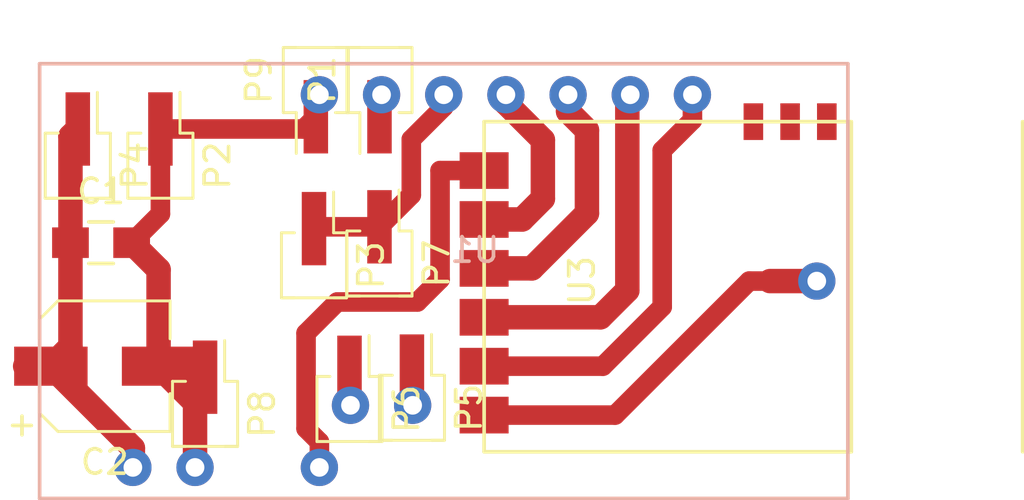
<source format=kicad_pcb>
(kicad_pcb (version 4) (host pcbnew 4.0.6)

  (general
    (links 21)
    (no_connects 1)
    (area 111.145 88.474999 153.525001 109.535001)
    (thickness 1.6)
    (drawings 0)
    (tracks 54)
    (zones 0)
    (modules 13)
    (nets 12)
  )

  (page A4)
  (layers
    (0 F.Cu signal)
    (31 B.Cu signal)
    (32 B.Adhes user)
    (33 F.Adhes user)
    (34 B.Paste user)
    (35 F.Paste user)
    (36 B.SilkS user)
    (37 F.SilkS user)
    (38 B.Mask user)
    (39 F.Mask user)
    (40 Dwgs.User user)
    (41 Cmts.User user)
    (42 Eco1.User user)
    (43 Eco2.User user)
    (44 Edge.Cuts user)
    (45 Margin user)
    (46 B.CrtYd user)
    (47 F.CrtYd user)
    (48 B.Fab user)
    (49 F.Fab user)
  )

  (setup
    (last_trace_width 0.8)
    (trace_clearance 0.3)
    (zone_clearance 2)
    (zone_45_only no)
    (trace_min 0.2)
    (segment_width 0.2)
    (edge_width 0.15)
    (via_size 1.5)
    (via_drill 0.8)
    (via_min_size 0.4)
    (via_min_drill 0.3)
    (uvia_size 0.3)
    (uvia_drill 0.1)
    (uvias_allowed no)
    (uvia_min_size 0.2)
    (uvia_min_drill 0.1)
    (pcb_text_width 0.3)
    (pcb_text_size 1.5 1.5)
    (mod_edge_width 0.15)
    (mod_text_size 1 1)
    (mod_text_width 0.15)
    (pad_size 1.5 2)
    (pad_drill 0)
    (pad_to_mask_clearance 0.2)
    (aux_axis_origin 105.15 110.95)
    (grid_origin 105.15 111.05)
    (visible_elements FFFFFF7F)
    (pcbplotparams
      (layerselection 0x00000_00000001)
      (usegerberextensions false)
      (excludeedgelayer true)
      (linewidth 0.100000)
      (plotframeref false)
      (viasonmask false)
      (mode 1)
      (useauxorigin true)
      (hpglpennumber 1)
      (hpglpenspeed 20)
      (hpglpendiameter 15)
      (hpglpenoverlay 2)
      (psnegative false)
      (psa4output false)
      (plotreference true)
      (plotvalue true)
      (plotinvisibletext false)
      (padsonsilk false)
      (subtractmaskfromsilk false)
      (outputformat 1)
      (mirror false)
      (drillshape 0)
      (scaleselection 1)
      (outputdirectory ""))
  )

  (net 0 "")
  (net 1 GND)
  (net 2 5V)
  (net 3 TX)
  (net 4 RX)
  (net 5 DE)
  (net 6 3v3)
  (net 7 SCL)
  (net 8 SDA)
  (net 9 SPEED)
  (net 10 SENSOR_EN)
  (net 11 RFEN)

  (net_class Default "This is the default net class."
    (clearance 0.3)
    (trace_width 0.8)
    (via_dia 1.5)
    (via_drill 0.8)
    (uvia_dia 0.3)
    (uvia_drill 0.1)
    (add_net 3v3)
    (add_net 5V)
    (add_net DE)
    (add_net GND)
    (add_net RFEN)
    (add_net RX)
    (add_net SCL)
    (add_net SDA)
    (add_net SENSOR_EN)
    (add_net SPEED)
    (add_net TX)
  )

  (module Divers:ArduinoProMini (layer B.Cu) (tedit 600C35A5) (tstamp 5FE9EDAE)
    (at 123.15 105.35)
    (path /5F4604C6)
    (fp_text reference U1 (at 7.62 -6.35) (layer B.SilkS)
      (effects (font (size 1 1) (thickness 0.15)) (justify mirror))
    )
    (fp_text value ArdinoMinPro (at 6.35 -5.08) (layer B.Fab)
      (effects (font (size 1 1) (thickness 0.15)) (justify mirror))
    )
    (fp_line (start -10.16 3.81) (end 22.86 3.81) (layer B.SilkS) (width 0.15))
    (fp_line (start 22.86 3.81) (end 22.86 -13.97) (layer B.SilkS) (width 0.15))
    (fp_line (start 22.86 -13.97) (end -10.16 -13.97) (layer B.SilkS) (width 0.15))
    (fp_line (start -10.16 -13.97) (end -10.16 3.81) (layer B.SilkS) (width 0.15))
    (pad 10 thru_hole circle (at 16.51 -12.7) (size 1.524 1.524) (drill 0.762) (layers *.Cu *.Mask)
      (net 11 RFEN))
    (pad 6 thru_hole circle (at 6.35 -12.7) (size 1.524 1.524) (drill 0.762) (layers *.Cu *.Mask)
      (net 10 SENSOR_EN))
    (pad 7 thru_hole circle (at 8.89 -12.7) (size 1.524 1.524) (drill 0.762) (layers *.Cu *.Mask)
      (net 3 TX))
    (pad 8 thru_hole circle (at 11.43 -12.7) (size 1.524 1.524) (drill 0.762) (layers *.Cu *.Mask)
      (net 4 RX))
    (pad 24 thru_hole circle (at -6.35 2.54) (size 1.524 1.524) (drill 0.762) (layers *.Cu *.Mask)
      (net 2 5V))
    (pad 23 thru_hole circle (at -3.81 2.54) (size 1.524 1.524) (drill 0.762) (layers *.Cu *.Mask)
      (net 1 GND))
    (pad 21 thru_hole circle (at 1.27 2.54) (size 1.524 1.524) (drill 0.762) (layers *.Cu *.Mask)
      (net 6 3v3))
    (pad 5 thru_hole circle (at 3.81 -12.7) (size 1.524 1.524) (drill 0.762) (layers *.Cu *.Mask)
      (net 9 SPEED))
    (pad 9 thru_hole circle (at 13.97 -12.7) (size 1.524 1.524) (drill 0.762) (layers *.Cu *.Mask)
      (net 5 DE))
    (pad 31 thru_hole circle (at 21.59 -5.08) (size 1.524 1.524) (drill 0.762) (layers *.Cu *.Mask)
      (net 1 GND))
    (pad A5 thru_hole circle (at 2.54 0) (size 1.524 1.524) (drill 0.762) (layers *.Cu *.Mask)
      (net 7 SCL))
    (pad A4 thru_hole circle (at 5.08 0) (size 1.524 1.524) (drill 0.762) (layers *.Cu *.Mask)
      (net 8 SDA))
    (pad 4 thru_hole circle (at 1.27 -12.7) (size 1.524 1.524) (drill 0.762) (layers *.Cu *.Mask)
      (net 1 GND))
  )

  (module Divers:JDY-40 (layer F.Cu) (tedit 5FCF40CE) (tstamp 5FCB3490)
    (at 131.15 93.75 270)
    (path /5FC74A6C)
    (fp_text reference U3 (at 6.5 -4 270) (layer F.SilkS)
      (effects (font (size 1 1) (thickness 0.15)))
    )
    (fp_text value JDY40 (at 7 -7 270) (layer F.Fab)
      (effects (font (size 1 1) (thickness 0.15)))
    )
    (fp_line (start 0 0) (end 0 -15) (layer F.SilkS) (width 0.15))
    (fp_line (start 0 -15) (end 13.5 -15) (layer F.SilkS) (width 0.15))
    (fp_line (start 13.5 -15) (end 13.5 0) (layer F.SilkS) (width 0.15))
    (fp_line (start 13.5 0) (end 0 0) (layer F.SilkS) (width 0.15))
    (fp_line (start 0 -22) (end 13.5 -22) (layer F.SilkS) (width 0.15))
    (pad 9 smd rect (at 2 0 270) (size 1.5 2) (layers F.Cu F.Paste F.Mask)
      (net 6 3v3))
    (pad 1 smd rect (at 0 -14 270) (size 1.5 0.8) (layers F.Cu F.Paste F.Mask))
    (pad 2 smd rect (at 0 -12.5 270) (size 1.5 0.8) (layers F.Cu F.Paste F.Mask))
    (pad 3 smd rect (at 0 -11 270) (size 1.5 0.8) (layers F.Cu F.Paste F.Mask))
    (pad 10 smd rect (at 4 0 270) (size 1.5 2) (layers F.Cu F.Paste F.Mask)
      (net 3 TX))
    (pad 11 smd rect (at 6 0 270) (size 1.5 2) (layers F.Cu F.Paste F.Mask)
      (net 4 RX))
    (pad 12 smd rect (at 8 0 270) (size 1.5 2) (layers F.Cu F.Paste F.Mask)
      (net 5 DE))
    (pad 13 smd rect (at 10 0 270) (size 1.5 2) (layers F.Cu F.Paste F.Mask)
      (net 11 RFEN))
    (pad 14 smd rect (at 12 0 270) (size 1.5 2) (layers F.Cu F.Paste F.Mask)
      (net 1 GND))
  )

  (module Capacitors_SMD:C_0805_HandSoldering (layer F.Cu) (tedit 541A9B8D) (tstamp 5FCF3881)
    (at 115.5 98.7)
    (descr "Capacitor SMD 0805, hand soldering")
    (tags "capacitor 0805")
    (path /5FCF365C)
    (attr smd)
    (fp_text reference C1 (at 0 -2.1) (layer F.SilkS)
      (effects (font (size 1 1) (thickness 0.15)))
    )
    (fp_text value 10nF (at 0 2.1) (layer F.Fab)
      (effects (font (size 1 1) (thickness 0.15)))
    )
    (fp_line (start -1 0.625) (end -1 -0.625) (layer F.Fab) (width 0.15))
    (fp_line (start 1 0.625) (end -1 0.625) (layer F.Fab) (width 0.15))
    (fp_line (start 1 -0.625) (end 1 0.625) (layer F.Fab) (width 0.15))
    (fp_line (start -1 -0.625) (end 1 -0.625) (layer F.Fab) (width 0.15))
    (fp_line (start -2.3 -1) (end 2.3 -1) (layer F.CrtYd) (width 0.05))
    (fp_line (start -2.3 1) (end 2.3 1) (layer F.CrtYd) (width 0.05))
    (fp_line (start -2.3 -1) (end -2.3 1) (layer F.CrtYd) (width 0.05))
    (fp_line (start 2.3 -1) (end 2.3 1) (layer F.CrtYd) (width 0.05))
    (fp_line (start 0.5 -0.85) (end -0.5 -0.85) (layer F.SilkS) (width 0.15))
    (fp_line (start -0.5 0.85) (end 0.5 0.85) (layer F.SilkS) (width 0.15))
    (pad 1 smd rect (at -1.25 0) (size 1.5 1.25) (layers F.Cu F.Paste F.Mask)
      (net 2 5V))
    (pad 2 smd rect (at 1.25 0) (size 1.5 1.25) (layers F.Cu F.Paste F.Mask)
      (net 1 GND))
    (model Capacitors_SMD.3dshapes/C_0805_HandSoldering.wrl
      (at (xyz 0 0 0))
      (scale (xyz 1 1 1))
      (rotate (xyz 0 0 0))
    )
  )

  (module Capacitors_SMD:CP_Elec_5x5.8 (layer F.Cu) (tedit 58AA8B00) (tstamp 5FCF3882)
    (at 115.65 103.75)
    (descr "SMT capacitor, aluminium electrolytic, 5x5.8")
    (path /5FCB270F)
    (attr smd)
    (fp_text reference C2 (at 0 3.92) (layer F.SilkS)
      (effects (font (size 1 1) (thickness 0.15)))
    )
    (fp_text value 10nF (at 0 -3.92) (layer F.Fab)
      (effects (font (size 1 1) (thickness 0.15)))
    )
    (fp_circle (center 0 0) (end 0.1 2.4) (layer F.Fab) (width 0.1))
    (fp_text user + (at -1.38 -0.06) (layer F.Fab)
      (effects (font (size 1 1) (thickness 0.15)))
    )
    (fp_text user + (at -3.38 2.35) (layer F.SilkS)
      (effects (font (size 1 1) (thickness 0.15)))
    )
    (fp_text user %R (at 0 3.92) (layer F.Fab)
      (effects (font (size 1 1) (thickness 0.15)))
    )
    (fp_line (start 2.51 2.51) (end 2.51 -2.51) (layer F.Fab) (width 0.1))
    (fp_line (start -1.84 2.51) (end 2.51 2.51) (layer F.Fab) (width 0.1))
    (fp_line (start -2.51 1.84) (end -1.84 2.51) (layer F.Fab) (width 0.1))
    (fp_line (start -2.51 -1.84) (end -2.51 1.84) (layer F.Fab) (width 0.1))
    (fp_line (start -1.84 -2.51) (end -2.51 -1.84) (layer F.Fab) (width 0.1))
    (fp_line (start 2.51 -2.51) (end -1.84 -2.51) (layer F.Fab) (width 0.1))
    (fp_line (start 2.67 2.67) (end 2.67 1.12) (layer F.SilkS) (width 0.12))
    (fp_line (start 2.67 -2.67) (end 2.67 -1.12) (layer F.SilkS) (width 0.12))
    (fp_line (start -2.67 1.91) (end -2.67 1.12) (layer F.SilkS) (width 0.12))
    (fp_line (start -2.67 -1.91) (end -2.67 -1.12) (layer F.SilkS) (width 0.12))
    (fp_line (start 2.67 -2.67) (end -1.91 -2.67) (layer F.SilkS) (width 0.12))
    (fp_line (start -1.91 -2.67) (end -2.67 -1.91) (layer F.SilkS) (width 0.12))
    (fp_line (start -2.67 1.91) (end -1.91 2.67) (layer F.SilkS) (width 0.12))
    (fp_line (start -1.91 2.67) (end 2.67 2.67) (layer F.SilkS) (width 0.12))
    (fp_line (start -3.95 -2.77) (end 3.95 -2.77) (layer F.CrtYd) (width 0.05))
    (fp_line (start -3.95 -2.77) (end -3.95 2.76) (layer F.CrtYd) (width 0.05))
    (fp_line (start 3.95 2.76) (end 3.95 -2.77) (layer F.CrtYd) (width 0.05))
    (fp_line (start 3.95 2.76) (end -3.95 2.76) (layer F.CrtYd) (width 0.05))
    (pad 1 smd rect (at -2.2 0 180) (size 3 1.6) (layers F.Cu F.Paste F.Mask)
      (net 2 5V))
    (pad 2 smd rect (at 2.2 0 180) (size 3 1.6) (layers F.Cu F.Paste F.Mask)
      (net 1 GND))
    (model Capacitors_SMD.3dshapes/CP_Elec_5x5.8.wrl
      (at (xyz 0 0 0))
      (scale (xyz 1 1 1))
      (rotate (xyz 0 0 180))
    )
  )

  (module Pin_Headers:Pin_Header_Straight_1x01_Pitch2.54mm_SMD_Pin1Left (layer F.Cu) (tedit 588DAF27) (tstamp 5FCF3887)
    (at 126.875 92.05 90)
    (descr "surface-mounted straight pin header, 1x01, 2.54mm pitch, single row, style 1 (pin 1 left)")
    (tags "Surface mounted pin header SMD 1x01 2.54mm single row style1 pin1 left")
    (path /5FCE5DF1)
    (attr smd)
    (fp_text reference P1 (at 0 -2.33 90) (layer F.SilkS)
      (effects (font (size 1 1) (thickness 0.15)))
    )
    (fp_text value SP (at 0 2.33 90) (layer F.Fab)
      (effects (font (size 1 1) (thickness 0.15)))
    )
    (fp_line (start -1.27 -1.27) (end -1.27 1.27) (layer F.Fab) (width 0.1))
    (fp_line (start -1.27 1.27) (end 1.27 1.27) (layer F.Fab) (width 0.1))
    (fp_line (start 1.27 1.27) (end 1.27 -1.27) (layer F.Fab) (width 0.1))
    (fp_line (start 1.27 -1.27) (end -1.27 -1.27) (layer F.Fab) (width 0.1))
    (fp_line (start -1.27 -0.32) (end -1.27 0.32) (layer F.Fab) (width 0.1))
    (fp_line (start -1.27 0.32) (end -2.65 0.32) (layer F.Fab) (width 0.1))
    (fp_line (start -2.65 0.32) (end -2.65 -0.32) (layer F.Fab) (width 0.1))
    (fp_line (start -2.65 -0.32) (end -1.27 -0.32) (layer F.Fab) (width 0.1))
    (fp_line (start -1.33 -0.8) (end -1.33 -1.33) (layer F.SilkS) (width 0.12))
    (fp_line (start -1.33 -1.33) (end 1.33 -1.33) (layer F.SilkS) (width 0.12))
    (fp_line (start 1.33 -1.33) (end 1.33 -0.8) (layer F.SilkS) (width 0.12))
    (fp_line (start -1.33 0.8) (end -1.33 1.33) (layer F.SilkS) (width 0.12))
    (fp_line (start -1.33 1.33) (end 1.33 1.33) (layer F.SilkS) (width 0.12))
    (fp_line (start 1.33 1.33) (end 1.33 0.8) (layer F.SilkS) (width 0.12))
    (fp_line (start 1.33 -1.33) (end 1.33 1.33) (layer F.SilkS) (width 0.12))
    (fp_line (start -1.33 -0.8) (end -3 -0.8) (layer F.SilkS) (width 0.12))
    (fp_line (start -3.25 -1.55) (end -3.25 1.55) (layer F.CrtYd) (width 0.05))
    (fp_line (start -3.25 1.55) (end 3.25 1.55) (layer F.CrtYd) (width 0.05))
    (fp_line (start 3.25 1.55) (end 3.25 -1.55) (layer F.CrtYd) (width 0.05))
    (fp_line (start 3.25 -1.55) (end -3.25 -1.55) (layer F.CrtYd) (width 0.05))
    (pad 1 smd rect (at -1.5 0 90) (size 3 1) (layers F.Cu F.Mask)
      (net 9 SPEED))
    (model Pin_Headers.3dshapes/Pin_Header_Straight_1x01_Pitch2.54mm_SMD_Pin1Left.wrl
      (at (xyz 0 0 0))
      (scale (xyz 1 1 1))
      (rotate (xyz 0 0 0))
    )
  )

  (module Pin_Headers:Pin_Header_Straight_1x01_Pitch2.54mm_SMD_Pin1Left (layer F.Cu) (tedit 588DAF27) (tstamp 5FCF388B)
    (at 117.925 95.55 270)
    (descr "surface-mounted straight pin header, 1x01, 2.54mm pitch, single row, style 1 (pin 1 left)")
    (tags "Surface mounted pin header SMD 1x01 2.54mm single row style1 pin1 left")
    (path /5FCB2DB4)
    (attr smd)
    (fp_text reference P2 (at 0 -2.33 270) (layer F.SilkS)
      (effects (font (size 1 1) (thickness 0.15)))
    )
    (fp_text value 0V (at 0 2.33 270) (layer F.Fab)
      (effects (font (size 1 1) (thickness 0.15)))
    )
    (fp_line (start -1.27 -1.27) (end -1.27 1.27) (layer F.Fab) (width 0.1))
    (fp_line (start -1.27 1.27) (end 1.27 1.27) (layer F.Fab) (width 0.1))
    (fp_line (start 1.27 1.27) (end 1.27 -1.27) (layer F.Fab) (width 0.1))
    (fp_line (start 1.27 -1.27) (end -1.27 -1.27) (layer F.Fab) (width 0.1))
    (fp_line (start -1.27 -0.32) (end -1.27 0.32) (layer F.Fab) (width 0.1))
    (fp_line (start -1.27 0.32) (end -2.65 0.32) (layer F.Fab) (width 0.1))
    (fp_line (start -2.65 0.32) (end -2.65 -0.32) (layer F.Fab) (width 0.1))
    (fp_line (start -2.65 -0.32) (end -1.27 -0.32) (layer F.Fab) (width 0.1))
    (fp_line (start -1.33 -0.8) (end -1.33 -1.33) (layer F.SilkS) (width 0.12))
    (fp_line (start -1.33 -1.33) (end 1.33 -1.33) (layer F.SilkS) (width 0.12))
    (fp_line (start 1.33 -1.33) (end 1.33 -0.8) (layer F.SilkS) (width 0.12))
    (fp_line (start -1.33 0.8) (end -1.33 1.33) (layer F.SilkS) (width 0.12))
    (fp_line (start -1.33 1.33) (end 1.33 1.33) (layer F.SilkS) (width 0.12))
    (fp_line (start 1.33 1.33) (end 1.33 0.8) (layer F.SilkS) (width 0.12))
    (fp_line (start 1.33 -1.33) (end 1.33 1.33) (layer F.SilkS) (width 0.12))
    (fp_line (start -1.33 -0.8) (end -3 -0.8) (layer F.SilkS) (width 0.12))
    (fp_line (start -3.25 -1.55) (end -3.25 1.55) (layer F.CrtYd) (width 0.05))
    (fp_line (start -3.25 1.55) (end 3.25 1.55) (layer F.CrtYd) (width 0.05))
    (fp_line (start 3.25 1.55) (end 3.25 -1.55) (layer F.CrtYd) (width 0.05))
    (fp_line (start 3.25 -1.55) (end -3.25 -1.55) (layer F.CrtYd) (width 0.05))
    (pad 1 smd rect (at -1.5 0 270) (size 3 1) (layers F.Cu F.Mask)
      (net 1 GND))
    (model Pin_Headers.3dshapes/Pin_Header_Straight_1x01_Pitch2.54mm_SMD_Pin1Left.wrl
      (at (xyz 0 0 0))
      (scale (xyz 1 1 1))
      (rotate (xyz 0 0 0))
    )
  )

  (module Pin_Headers:Pin_Header_Straight_1x01_Pitch2.54mm_SMD_Pin1Left (layer F.Cu) (tedit 588DAF27) (tstamp 5FCF388F)
    (at 124.2 99.625 270)
    (descr "surface-mounted straight pin header, 1x01, 2.54mm pitch, single row, style 1 (pin 1 left)")
    (tags "Surface mounted pin header SMD 1x01 2.54mm single row style1 pin1 left")
    (path /5FCB2E64)
    (attr smd)
    (fp_text reference P3 (at 0 -2.33 270) (layer F.SilkS)
      (effects (font (size 1 1) (thickness 0.15)))
    )
    (fp_text value 3v3 (at 0 2.33 270) (layer F.Fab)
      (effects (font (size 1 1) (thickness 0.15)))
    )
    (fp_line (start -1.27 -1.27) (end -1.27 1.27) (layer F.Fab) (width 0.1))
    (fp_line (start -1.27 1.27) (end 1.27 1.27) (layer F.Fab) (width 0.1))
    (fp_line (start 1.27 1.27) (end 1.27 -1.27) (layer F.Fab) (width 0.1))
    (fp_line (start 1.27 -1.27) (end -1.27 -1.27) (layer F.Fab) (width 0.1))
    (fp_line (start -1.27 -0.32) (end -1.27 0.32) (layer F.Fab) (width 0.1))
    (fp_line (start -1.27 0.32) (end -2.65 0.32) (layer F.Fab) (width 0.1))
    (fp_line (start -2.65 0.32) (end -2.65 -0.32) (layer F.Fab) (width 0.1))
    (fp_line (start -2.65 -0.32) (end -1.27 -0.32) (layer F.Fab) (width 0.1))
    (fp_line (start -1.33 -0.8) (end -1.33 -1.33) (layer F.SilkS) (width 0.12))
    (fp_line (start -1.33 -1.33) (end 1.33 -1.33) (layer F.SilkS) (width 0.12))
    (fp_line (start 1.33 -1.33) (end 1.33 -0.8) (layer F.SilkS) (width 0.12))
    (fp_line (start -1.33 0.8) (end -1.33 1.33) (layer F.SilkS) (width 0.12))
    (fp_line (start -1.33 1.33) (end 1.33 1.33) (layer F.SilkS) (width 0.12))
    (fp_line (start 1.33 1.33) (end 1.33 0.8) (layer F.SilkS) (width 0.12))
    (fp_line (start 1.33 -1.33) (end 1.33 1.33) (layer F.SilkS) (width 0.12))
    (fp_line (start -1.33 -0.8) (end -3 -0.8) (layer F.SilkS) (width 0.12))
    (fp_line (start -3.25 -1.55) (end -3.25 1.55) (layer F.CrtYd) (width 0.05))
    (fp_line (start -3.25 1.55) (end 3.25 1.55) (layer F.CrtYd) (width 0.05))
    (fp_line (start 3.25 1.55) (end 3.25 -1.55) (layer F.CrtYd) (width 0.05))
    (fp_line (start 3.25 -1.55) (end -3.25 -1.55) (layer F.CrtYd) (width 0.05))
    (pad 1 smd rect (at -1.5 0 270) (size 3 1) (layers F.Cu F.Mask)
      (net 10 SENSOR_EN))
    (model Pin_Headers.3dshapes/Pin_Header_Straight_1x01_Pitch2.54mm_SMD_Pin1Left.wrl
      (at (xyz 0 0 0))
      (scale (xyz 1 1 1))
      (rotate (xyz 0 0 0))
    )
  )

  (module Pin_Headers:Pin_Header_Straight_1x01_Pitch2.54mm_SMD_Pin1Left (layer F.Cu) (tedit 588DAF27) (tstamp 5FCF3893)
    (at 114.55 95.55 270)
    (descr "surface-mounted straight pin header, 1x01, 2.54mm pitch, single row, style 1 (pin 1 left)")
    (tags "Surface mounted pin header SMD 1x01 2.54mm single row style1 pin1 left")
    (path /5FCE66DA)
    (attr smd)
    (fp_text reference P4 (at 0 -2.33 270) (layer F.SilkS)
      (effects (font (size 1 1) (thickness 0.15)))
    )
    (fp_text value SP (at 0 2.33 270) (layer F.Fab)
      (effects (font (size 1 1) (thickness 0.15)))
    )
    (fp_line (start -1.27 -1.27) (end -1.27 1.27) (layer F.Fab) (width 0.1))
    (fp_line (start -1.27 1.27) (end 1.27 1.27) (layer F.Fab) (width 0.1))
    (fp_line (start 1.27 1.27) (end 1.27 -1.27) (layer F.Fab) (width 0.1))
    (fp_line (start 1.27 -1.27) (end -1.27 -1.27) (layer F.Fab) (width 0.1))
    (fp_line (start -1.27 -0.32) (end -1.27 0.32) (layer F.Fab) (width 0.1))
    (fp_line (start -1.27 0.32) (end -2.65 0.32) (layer F.Fab) (width 0.1))
    (fp_line (start -2.65 0.32) (end -2.65 -0.32) (layer F.Fab) (width 0.1))
    (fp_line (start -2.65 -0.32) (end -1.27 -0.32) (layer F.Fab) (width 0.1))
    (fp_line (start -1.33 -0.8) (end -1.33 -1.33) (layer F.SilkS) (width 0.12))
    (fp_line (start -1.33 -1.33) (end 1.33 -1.33) (layer F.SilkS) (width 0.12))
    (fp_line (start 1.33 -1.33) (end 1.33 -0.8) (layer F.SilkS) (width 0.12))
    (fp_line (start -1.33 0.8) (end -1.33 1.33) (layer F.SilkS) (width 0.12))
    (fp_line (start -1.33 1.33) (end 1.33 1.33) (layer F.SilkS) (width 0.12))
    (fp_line (start 1.33 1.33) (end 1.33 0.8) (layer F.SilkS) (width 0.12))
    (fp_line (start 1.33 -1.33) (end 1.33 1.33) (layer F.SilkS) (width 0.12))
    (fp_line (start -1.33 -0.8) (end -3 -0.8) (layer F.SilkS) (width 0.12))
    (fp_line (start -3.25 -1.55) (end -3.25 1.55) (layer F.CrtYd) (width 0.05))
    (fp_line (start -3.25 1.55) (end 3.25 1.55) (layer F.CrtYd) (width 0.05))
    (fp_line (start 3.25 1.55) (end 3.25 -1.55) (layer F.CrtYd) (width 0.05))
    (fp_line (start 3.25 -1.55) (end -3.25 -1.55) (layer F.CrtYd) (width 0.05))
    (pad 1 smd rect (at -1.5 0 270) (size 3 1) (layers F.Cu F.Mask)
      (net 2 5V))
    (model Pin_Headers.3dshapes/Pin_Header_Straight_1x01_Pitch2.54mm_SMD_Pin1Left.wrl
      (at (xyz 0 0 0))
      (scale (xyz 1 1 1))
      (rotate (xyz 0 0 0))
    )
  )

  (module Pin_Headers:Pin_Header_Straight_1x01_Pitch2.54mm_SMD_Pin1Left (layer F.Cu) (tedit 588DAF27) (tstamp 5FCF395F)
    (at 128.2 105.45 270)
    (descr "surface-mounted straight pin header, 1x01, 2.54mm pitch, single row, style 1 (pin 1 left)")
    (tags "Surface mounted pin header SMD 1x01 2.54mm single row style1 pin1 left")
    (path /5FCF3996)
    (attr smd)
    (fp_text reference P5 (at 0 -2.33 270) (layer F.SilkS)
      (effects (font (size 1 1) (thickness 0.15)))
    )
    (fp_text value SDA (at 0 2.33 270) (layer F.Fab)
      (effects (font (size 1 1) (thickness 0.15)))
    )
    (fp_line (start -1.27 -1.27) (end -1.27 1.27) (layer F.Fab) (width 0.1))
    (fp_line (start -1.27 1.27) (end 1.27 1.27) (layer F.Fab) (width 0.1))
    (fp_line (start 1.27 1.27) (end 1.27 -1.27) (layer F.Fab) (width 0.1))
    (fp_line (start 1.27 -1.27) (end -1.27 -1.27) (layer F.Fab) (width 0.1))
    (fp_line (start -1.27 -0.32) (end -1.27 0.32) (layer F.Fab) (width 0.1))
    (fp_line (start -1.27 0.32) (end -2.65 0.32) (layer F.Fab) (width 0.1))
    (fp_line (start -2.65 0.32) (end -2.65 -0.32) (layer F.Fab) (width 0.1))
    (fp_line (start -2.65 -0.32) (end -1.27 -0.32) (layer F.Fab) (width 0.1))
    (fp_line (start -1.33 -0.8) (end -1.33 -1.33) (layer F.SilkS) (width 0.12))
    (fp_line (start -1.33 -1.33) (end 1.33 -1.33) (layer F.SilkS) (width 0.12))
    (fp_line (start 1.33 -1.33) (end 1.33 -0.8) (layer F.SilkS) (width 0.12))
    (fp_line (start -1.33 0.8) (end -1.33 1.33) (layer F.SilkS) (width 0.12))
    (fp_line (start -1.33 1.33) (end 1.33 1.33) (layer F.SilkS) (width 0.12))
    (fp_line (start 1.33 1.33) (end 1.33 0.8) (layer F.SilkS) (width 0.12))
    (fp_line (start 1.33 -1.33) (end 1.33 1.33) (layer F.SilkS) (width 0.12))
    (fp_line (start -1.33 -0.8) (end -3 -0.8) (layer F.SilkS) (width 0.12))
    (fp_line (start -3.25 -1.55) (end -3.25 1.55) (layer F.CrtYd) (width 0.05))
    (fp_line (start -3.25 1.55) (end 3.25 1.55) (layer F.CrtYd) (width 0.05))
    (fp_line (start 3.25 1.55) (end 3.25 -1.55) (layer F.CrtYd) (width 0.05))
    (fp_line (start 3.25 -1.55) (end -3.25 -1.55) (layer F.CrtYd) (width 0.05))
    (pad 1 smd rect (at -1.5 0 270) (size 3 1) (layers F.Cu F.Mask)
      (net 8 SDA))
    (model Pin_Headers.3dshapes/Pin_Header_Straight_1x01_Pitch2.54mm_SMD_Pin1Left.wrl
      (at (xyz 0 0 0))
      (scale (xyz 1 1 1))
      (rotate (xyz 0 0 0))
    )
  )

  (module Pin_Headers:Pin_Header_Straight_1x01_Pitch2.54mm_SMD_Pin1Left (layer F.Cu) (tedit 588DAF27) (tstamp 5FCF3964)
    (at 125.65 105.5 270)
    (descr "surface-mounted straight pin header, 1x01, 2.54mm pitch, single row, style 1 (pin 1 left)")
    (tags "Surface mounted pin header SMD 1x01 2.54mm single row style1 pin1 left")
    (path /5FCF39C7)
    (attr smd)
    (fp_text reference P6 (at 0 -2.33 270) (layer F.SilkS)
      (effects (font (size 1 1) (thickness 0.15)))
    )
    (fp_text value SCL (at 0 2.33 270) (layer F.Fab)
      (effects (font (size 1 1) (thickness 0.15)))
    )
    (fp_line (start -1.27 -1.27) (end -1.27 1.27) (layer F.Fab) (width 0.1))
    (fp_line (start -1.27 1.27) (end 1.27 1.27) (layer F.Fab) (width 0.1))
    (fp_line (start 1.27 1.27) (end 1.27 -1.27) (layer F.Fab) (width 0.1))
    (fp_line (start 1.27 -1.27) (end -1.27 -1.27) (layer F.Fab) (width 0.1))
    (fp_line (start -1.27 -0.32) (end -1.27 0.32) (layer F.Fab) (width 0.1))
    (fp_line (start -1.27 0.32) (end -2.65 0.32) (layer F.Fab) (width 0.1))
    (fp_line (start -2.65 0.32) (end -2.65 -0.32) (layer F.Fab) (width 0.1))
    (fp_line (start -2.65 -0.32) (end -1.27 -0.32) (layer F.Fab) (width 0.1))
    (fp_line (start -1.33 -0.8) (end -1.33 -1.33) (layer F.SilkS) (width 0.12))
    (fp_line (start -1.33 -1.33) (end 1.33 -1.33) (layer F.SilkS) (width 0.12))
    (fp_line (start 1.33 -1.33) (end 1.33 -0.8) (layer F.SilkS) (width 0.12))
    (fp_line (start -1.33 0.8) (end -1.33 1.33) (layer F.SilkS) (width 0.12))
    (fp_line (start -1.33 1.33) (end 1.33 1.33) (layer F.SilkS) (width 0.12))
    (fp_line (start 1.33 1.33) (end 1.33 0.8) (layer F.SilkS) (width 0.12))
    (fp_line (start 1.33 -1.33) (end 1.33 1.33) (layer F.SilkS) (width 0.12))
    (fp_line (start -1.33 -0.8) (end -3 -0.8) (layer F.SilkS) (width 0.12))
    (fp_line (start -3.25 -1.55) (end -3.25 1.55) (layer F.CrtYd) (width 0.05))
    (fp_line (start -3.25 1.55) (end 3.25 1.55) (layer F.CrtYd) (width 0.05))
    (fp_line (start 3.25 1.55) (end 3.25 -1.55) (layer F.CrtYd) (width 0.05))
    (fp_line (start 3.25 -1.55) (end -3.25 -1.55) (layer F.CrtYd) (width 0.05))
    (pad 1 smd rect (at -1.5 0 270) (size 3 1) (layers F.Cu F.Mask)
      (net 7 SCL))
    (model Pin_Headers.3dshapes/Pin_Header_Straight_1x01_Pitch2.54mm_SMD_Pin1Left.wrl
      (at (xyz 0 0 0))
      (scale (xyz 1 1 1))
      (rotate (xyz 0 0 0))
    )
  )

  (module Pin_Headers:Pin_Header_Straight_1x01_Pitch2.54mm_SMD_Pin1Left (layer F.Cu) (tedit 588DAF27) (tstamp 5FCF3DF3)
    (at 126.875 99.55 270)
    (descr "surface-mounted straight pin header, 1x01, 2.54mm pitch, single row, style 1 (pin 1 left)")
    (tags "Surface mounted pin header SMD 1x01 2.54mm single row style1 pin1 left")
    (path /5FCF3E5D)
    (attr smd)
    (fp_text reference P7 (at 0 -2.33 270) (layer F.SilkS)
      (effects (font (size 1 1) (thickness 0.15)))
    )
    (fp_text value 5V (at 0 2.33 270) (layer F.Fab)
      (effects (font (size 1 1) (thickness 0.15)))
    )
    (fp_line (start -1.27 -1.27) (end -1.27 1.27) (layer F.Fab) (width 0.1))
    (fp_line (start -1.27 1.27) (end 1.27 1.27) (layer F.Fab) (width 0.1))
    (fp_line (start 1.27 1.27) (end 1.27 -1.27) (layer F.Fab) (width 0.1))
    (fp_line (start 1.27 -1.27) (end -1.27 -1.27) (layer F.Fab) (width 0.1))
    (fp_line (start -1.27 -0.32) (end -1.27 0.32) (layer F.Fab) (width 0.1))
    (fp_line (start -1.27 0.32) (end -2.65 0.32) (layer F.Fab) (width 0.1))
    (fp_line (start -2.65 0.32) (end -2.65 -0.32) (layer F.Fab) (width 0.1))
    (fp_line (start -2.65 -0.32) (end -1.27 -0.32) (layer F.Fab) (width 0.1))
    (fp_line (start -1.33 -0.8) (end -1.33 -1.33) (layer F.SilkS) (width 0.12))
    (fp_line (start -1.33 -1.33) (end 1.33 -1.33) (layer F.SilkS) (width 0.12))
    (fp_line (start 1.33 -1.33) (end 1.33 -0.8) (layer F.SilkS) (width 0.12))
    (fp_line (start -1.33 0.8) (end -1.33 1.33) (layer F.SilkS) (width 0.12))
    (fp_line (start -1.33 1.33) (end 1.33 1.33) (layer F.SilkS) (width 0.12))
    (fp_line (start 1.33 1.33) (end 1.33 0.8) (layer F.SilkS) (width 0.12))
    (fp_line (start 1.33 -1.33) (end 1.33 1.33) (layer F.SilkS) (width 0.12))
    (fp_line (start -1.33 -0.8) (end -3 -0.8) (layer F.SilkS) (width 0.12))
    (fp_line (start -3.25 -1.55) (end -3.25 1.55) (layer F.CrtYd) (width 0.05))
    (fp_line (start -3.25 1.55) (end 3.25 1.55) (layer F.CrtYd) (width 0.05))
    (fp_line (start 3.25 1.55) (end 3.25 -1.55) (layer F.CrtYd) (width 0.05))
    (fp_line (start 3.25 -1.55) (end -3.25 -1.55) (layer F.CrtYd) (width 0.05))
    (pad 1 smd rect (at -1.5 0 270) (size 3 1) (layers F.Cu F.Mask)
      (net 10 SENSOR_EN))
    (model Pin_Headers.3dshapes/Pin_Header_Straight_1x01_Pitch2.54mm_SMD_Pin1Left.wrl
      (at (xyz 0 0 0))
      (scale (xyz 1 1 1))
      (rotate (xyz 0 0 0))
    )
  )

  (module Pin_Headers:Pin_Header_Straight_1x01_Pitch2.54mm_SMD_Pin1Left (layer F.Cu) (tedit 588DAF27) (tstamp 5FCF3DF8)
    (at 119.75 105.7 270)
    (descr "surface-mounted straight pin header, 1x01, 2.54mm pitch, single row, style 1 (pin 1 left)")
    (tags "Surface mounted pin header SMD 1x01 2.54mm single row style1 pin1 left")
    (path /5FCF3F60)
    (attr smd)
    (fp_text reference P8 (at 0 -2.33 270) (layer F.SilkS)
      (effects (font (size 1 1) (thickness 0.15)))
    )
    (fp_text value GND (at 0 2.33 270) (layer F.Fab)
      (effects (font (size 1 1) (thickness 0.15)))
    )
    (fp_line (start -1.27 -1.27) (end -1.27 1.27) (layer F.Fab) (width 0.1))
    (fp_line (start -1.27 1.27) (end 1.27 1.27) (layer F.Fab) (width 0.1))
    (fp_line (start 1.27 1.27) (end 1.27 -1.27) (layer F.Fab) (width 0.1))
    (fp_line (start 1.27 -1.27) (end -1.27 -1.27) (layer F.Fab) (width 0.1))
    (fp_line (start -1.27 -0.32) (end -1.27 0.32) (layer F.Fab) (width 0.1))
    (fp_line (start -1.27 0.32) (end -2.65 0.32) (layer F.Fab) (width 0.1))
    (fp_line (start -2.65 0.32) (end -2.65 -0.32) (layer F.Fab) (width 0.1))
    (fp_line (start -2.65 -0.32) (end -1.27 -0.32) (layer F.Fab) (width 0.1))
    (fp_line (start -1.33 -0.8) (end -1.33 -1.33) (layer F.SilkS) (width 0.12))
    (fp_line (start -1.33 -1.33) (end 1.33 -1.33) (layer F.SilkS) (width 0.12))
    (fp_line (start 1.33 -1.33) (end 1.33 -0.8) (layer F.SilkS) (width 0.12))
    (fp_line (start -1.33 0.8) (end -1.33 1.33) (layer F.SilkS) (width 0.12))
    (fp_line (start -1.33 1.33) (end 1.33 1.33) (layer F.SilkS) (width 0.12))
    (fp_line (start 1.33 1.33) (end 1.33 0.8) (layer F.SilkS) (width 0.12))
    (fp_line (start 1.33 -1.33) (end 1.33 1.33) (layer F.SilkS) (width 0.12))
    (fp_line (start -1.33 -0.8) (end -3 -0.8) (layer F.SilkS) (width 0.12))
    (fp_line (start -3.25 -1.55) (end -3.25 1.55) (layer F.CrtYd) (width 0.05))
    (fp_line (start -3.25 1.55) (end 3.25 1.55) (layer F.CrtYd) (width 0.05))
    (fp_line (start 3.25 1.55) (end 3.25 -1.55) (layer F.CrtYd) (width 0.05))
    (fp_line (start 3.25 -1.55) (end -3.25 -1.55) (layer F.CrtYd) (width 0.05))
    (pad 1 smd rect (at -1.5 0 270) (size 3 1) (layers F.Cu F.Mask)
      (net 1 GND))
    (model Pin_Headers.3dshapes/Pin_Header_Straight_1x01_Pitch2.54mm_SMD_Pin1Left.wrl
      (at (xyz 0 0 0))
      (scale (xyz 1 1 1))
      (rotate (xyz 0 0 0))
    )
  )

  (module Pin_Headers:Pin_Header_Straight_1x01_Pitch2.54mm_SMD_Pin1Left (layer F.Cu) (tedit 588DAF27) (tstamp 5FCF3DFD)
    (at 124.275 92.05 90)
    (descr "surface-mounted straight pin header, 1x01, 2.54mm pitch, single row, style 1 (pin 1 left)")
    (tags "Surface mounted pin header SMD 1x01 2.54mm single row style1 pin1 left")
    (path /5FCF3D60)
    (attr smd)
    (fp_text reference P9 (at 0 -2.33 90) (layer F.SilkS)
      (effects (font (size 1 1) (thickness 0.15)))
    )
    (fp_text value GND (at 0 2.33 90) (layer F.Fab)
      (effects (font (size 1 1) (thickness 0.15)))
    )
    (fp_line (start -1.27 -1.27) (end -1.27 1.27) (layer F.Fab) (width 0.1))
    (fp_line (start -1.27 1.27) (end 1.27 1.27) (layer F.Fab) (width 0.1))
    (fp_line (start 1.27 1.27) (end 1.27 -1.27) (layer F.Fab) (width 0.1))
    (fp_line (start 1.27 -1.27) (end -1.27 -1.27) (layer F.Fab) (width 0.1))
    (fp_line (start -1.27 -0.32) (end -1.27 0.32) (layer F.Fab) (width 0.1))
    (fp_line (start -1.27 0.32) (end -2.65 0.32) (layer F.Fab) (width 0.1))
    (fp_line (start -2.65 0.32) (end -2.65 -0.32) (layer F.Fab) (width 0.1))
    (fp_line (start -2.65 -0.32) (end -1.27 -0.32) (layer F.Fab) (width 0.1))
    (fp_line (start -1.33 -0.8) (end -1.33 -1.33) (layer F.SilkS) (width 0.12))
    (fp_line (start -1.33 -1.33) (end 1.33 -1.33) (layer F.SilkS) (width 0.12))
    (fp_line (start 1.33 -1.33) (end 1.33 -0.8) (layer F.SilkS) (width 0.12))
    (fp_line (start -1.33 0.8) (end -1.33 1.33) (layer F.SilkS) (width 0.12))
    (fp_line (start -1.33 1.33) (end 1.33 1.33) (layer F.SilkS) (width 0.12))
    (fp_line (start 1.33 1.33) (end 1.33 0.8) (layer F.SilkS) (width 0.12))
    (fp_line (start 1.33 -1.33) (end 1.33 1.33) (layer F.SilkS) (width 0.12))
    (fp_line (start -1.33 -0.8) (end -3 -0.8) (layer F.SilkS) (width 0.12))
    (fp_line (start -3.25 -1.55) (end -3.25 1.55) (layer F.CrtYd) (width 0.05))
    (fp_line (start -3.25 1.55) (end 3.25 1.55) (layer F.CrtYd) (width 0.05))
    (fp_line (start 3.25 1.55) (end 3.25 -1.55) (layer F.CrtYd) (width 0.05))
    (fp_line (start 3.25 -1.55) (end -3.25 -1.55) (layer F.CrtYd) (width 0.05))
    (pad 1 smd rect (at -1.5 0 90) (size 3 1) (layers F.Cu F.Mask)
      (net 1 GND))
    (model Pin_Headers.3dshapes/Pin_Header_Straight_1x01_Pitch2.54mm_SMD_Pin1Left.wrl
      (at (xyz 0 0 0))
      (scale (xyz 1 1 1))
      (rotate (xyz 0 0 0))
    )
  )

  (segment (start 142.83 100.27) (end 141.98 100.27) (width 0.8) (layer F.Cu) (net 1))
  (segment (start 144.74 100.27) (end 142.83 100.27) (width 1) (layer F.Cu) (net 1))
  (segment (start 136.5 105.75) (end 131.15 105.75) (width 0.8) (layer F.Cu) (net 1) (tstamp 600C37F0))
  (segment (start 141.98 100.27) (end 136.5 105.75) (width 0.8) (layer F.Cu) (net 1) (tstamp 600C37EE))
  (segment (start 117.925 94.05) (end 123.775 94.05) (width 0.8) (layer F.Cu) (net 1))
  (segment (start 123.775 94.05) (end 124.275 93.55) (width 0.8) (layer F.Cu) (net 1) (tstamp 600C37BF))
  (segment (start 117.925 94.05) (end 117.925 97.525) (width 0.8) (layer F.Cu) (net 1))
  (segment (start 117.925 97.525) (end 116.75 98.7) (width 0.8) (layer F.Cu) (net 1) (tstamp 600C37BA))
  (segment (start 119.34 107.89) (end 119.34 105.24) (width 1) (layer F.Cu) (net 1))
  (segment (start 119.34 105.24) (end 117.85 103.75) (width 1) (layer F.Cu) (net 1) (tstamp 5FCF3E55))
  (segment (start 117.85 103.75) (end 117.85 99.8) (width 1) (layer F.Cu) (net 1) (tstamp 5FCF3E58))
  (segment (start 117.85 99.8) (end 116.75 98.7) (width 1) (layer F.Cu) (net 1) (tstamp 5FCF3E5A))
  (segment (start 114.25 98.7) (end 114.25 94.35) (width 1) (layer F.Cu) (net 2))
  (segment (start 114.25 94.35) (end 114.55 94.05) (width 1) (layer F.Cu) (net 2) (tstamp 5FEDB743))
  (segment (start 113.45 103.75) (end 113.35 103.75) (width 1) (layer F.Cu) (net 2))
  (segment (start 113.45 103.75) (end 112.4 103.75) (width 1) (layer F.Cu) (net 2))
  (segment (start 114.25 98.7) (end 114.25 102.95) (width 1) (layer F.Cu) (net 2))
  (segment (start 114.25 102.95) (end 113.45 103.75) (width 1) (layer F.Cu) (net 2) (tstamp 5FCFCD53))
  (segment (start 116.8 107.89) (end 116.8 107.1) (width 1) (layer F.Cu) (net 2))
  (segment (start 116.8 107.1) (end 113.45 103.75) (width 1) (layer F.Cu) (net 2) (tstamp 5FCF3E6C))
  (segment (start 132.04 92.65) (end 132.04 92.99) (width 1) (layer F.Cu) (net 3))
  (segment (start 132.04 92.99) (end 133.55 94.5) (width 1) (layer F.Cu) (net 3) (tstamp 5FEDB667))
  (segment (start 133.55 94.5) (end 133.55 96.9) (width 1) (layer F.Cu) (net 3) (tstamp 5FEDB668))
  (segment (start 133.55 96.9) (end 132.7 97.75) (width 1) (layer F.Cu) (net 3) (tstamp 5FEDB669))
  (segment (start 132.7 97.75) (end 131.15 97.75) (width 1) (layer F.Cu) (net 3) (tstamp 5FEDB66A))
  (segment (start 134.58 92.65) (end 134.58 93.33) (width 1) (layer F.Cu) (net 4))
  (segment (start 134.58 93.33) (end 135.35 94.1) (width 1) (layer F.Cu) (net 4) (tstamp 5FEDB66D))
  (segment (start 135.35 94.1) (end 135.35 97.499998) (width 1) (layer F.Cu) (net 4) (tstamp 5FEDB66E))
  (segment (start 135.35 97.499998) (end 133.099998 99.75) (width 1) (layer F.Cu) (net 4) (tstamp 5FEDB66F))
  (segment (start 131.15 99.75) (end 133.099998 99.75) (width 1) (layer F.Cu) (net 4))
  (segment (start 131.15 101.75) (end 135.9 101.75) (width 1) (layer F.Cu) (net 5))
  (segment (start 137 100.65) (end 137 92.77) (width 1) (layer F.Cu) (net 5) (tstamp 5FCF3AF7))
  (segment (start 135.9 101.75) (end 137 100.65) (width 1) (layer F.Cu) (net 5) (tstamp 5FCF3AF4))
  (segment (start 137 92.77) (end 137.12 92.65) (width 1) (layer F.Cu) (net 5) (tstamp 5FCF3AFA))
  (segment (start 124.42 107.89) (end 124.42 106.845) (width 0.8) (layer F.Cu) (net 6))
  (segment (start 129.35 95.75) (end 131.15 95.75) (width 0.8) (layer F.Cu) (net 6) (tstamp 600C377F))
  (segment (start 129.35 100.2) (end 129.35 95.75) (width 0.8) (layer F.Cu) (net 6) (tstamp 600C377E))
  (segment (start 128.425 101.125) (end 129.35 100.2) (width 0.8) (layer F.Cu) (net 6) (tstamp 600C377D))
  (segment (start 125.15 101.125) (end 128.425 101.125) (width 0.8) (layer F.Cu) (net 6) (tstamp 600C377C))
  (segment (start 123.875 102.4) (end 125.15 101.125) (width 0.8) (layer F.Cu) (net 6) (tstamp 600C377B))
  (segment (start 123.875 106.3) (end 123.875 102.4) (width 0.8) (layer F.Cu) (net 6) (tstamp 600C377A))
  (segment (start 124.42 106.845) (end 123.875 106.3) (width 0.8) (layer F.Cu) (net 6) (tstamp 600C3779))
  (segment (start 124.42 107.89) (end 124.42 107.82) (width 1) (layer F.Cu) (net 6))
  (segment (start 126.875 98.05) (end 124.275 98.05) (width 0.8) (layer F.Cu) (net 10))
  (segment (start 124.275 98.05) (end 124.2 98.125) (width 0.8) (layer F.Cu) (net 10) (tstamp 600C379D))
  (segment (start 129.5 92.65) (end 129.5 93.15) (width 0.8) (layer F.Cu) (net 10))
  (segment (start 129.5 93.15) (end 128.175 94.475) (width 0.8) (layer F.Cu) (net 10) (tstamp 600C3773))
  (segment (start 128.175 94.475) (end 128.175 96.75) (width 0.8) (layer F.Cu) (net 10) (tstamp 600C3774))
  (segment (start 128.175 96.75) (end 126.8 98.125) (width 0.8) (layer F.Cu) (net 10) (tstamp 600C3775))
  (segment (start 139.66 92.65) (end 139.66 93.69) (width 0.8) (layer F.Cu) (net 11))
  (segment (start 136 103.75) (end 131.15 103.75) (width 0.8) (layer F.Cu) (net 11) (tstamp 600C37E2))
  (segment (start 138.425 101.325) (end 136 103.75) (width 0.8) (layer F.Cu) (net 11) (tstamp 600C37DE))
  (segment (start 138.425 94.925) (end 138.425 101.325) (width 0.8) (layer F.Cu) (net 11) (tstamp 600C37D6))
  (segment (start 139.66 93.69) (end 138.425 94.925) (width 0.8) (layer F.Cu) (net 11) (tstamp 600C37D3))

)

</source>
